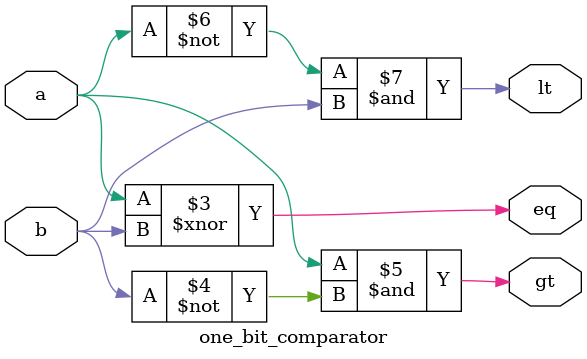
<source format=v>
module one_bit_comparator 
  (input a,b,
   output eq,gt,lt
  );
  
  assign eq = a ~^ b;
  assign gt = a & (~b);
  assign lt = (~a) & b; 
  
endmodule

module one_bit_comparator_tb();
  
  reg a,b;
  wire eq,gt,lt;
  
  one_bit_comparator dut (.a(a), .b(b), .eq(eq), .gt(gt), .lt(lt));
  
  initial begin
    repeat (10) begin
      a = $random; b = $random; #1; 
      //if (eq) $display ("[%0tns] a==b:  a = %0d, b = %0d",$time,a,b);
      //if (gt) $display ("[%0tns] a>b :  a = %0d, b = %0d",$time,a,b);
      //if (lt) $display ("[%0tns] a<b :  a = %0d, b = %0d",$time,a,b);
    end
  end
  
  initial begin
    $monitor ("[%0tns] a = %0d, b = %0d, eq = %0d, gt = %0d, lt = %0d",$time,a,b,eq,gt,lt);
    $dumpfile ("dump.vcd");
    $dumpvars (1);
  end
  
endmodule
</source>
